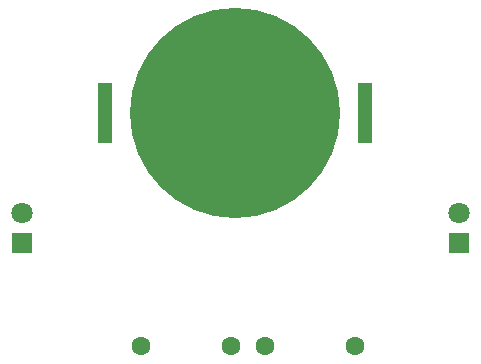
<source format=gts>
G04 #@! TF.GenerationSoftware,KiCad,Pcbnew,9.0.2*
G04 #@! TF.CreationDate,2025-06-11T20:44:21-07:00*
G04 #@! TF.ProjectId,solder,736f6c64-6572-42e6-9b69-6361645f7063,rev?*
G04 #@! TF.SameCoordinates,Original*
G04 #@! TF.FileFunction,Soldermask,Top*
G04 #@! TF.FilePolarity,Negative*
%FSLAX46Y46*%
G04 Gerber Fmt 4.6, Leading zero omitted, Abs format (unit mm)*
G04 Created by KiCad (PCBNEW 9.0.2) date 2025-06-11 20:44:21*
%MOMM*%
%LPD*%
G01*
G04 APERTURE LIST*
%ADD10C,1.600000*%
%ADD11R,1.800000X1.800000*%
%ADD12C,1.800000*%
%ADD13R,1.270000X5.080000*%
%ADD14C,17.800000*%
G04 APERTURE END LIST*
D10*
G04 #@! TO.C,R1*
X59725000Y-63500000D03*
X52105000Y-63500000D03*
G04 #@! TD*
D11*
G04 #@! TO.C,D1*
X42000000Y-54775000D03*
D12*
X42000000Y-52235000D03*
G04 #@! TD*
D11*
G04 #@! TO.C,D2*
X79000000Y-54775000D03*
D12*
X79000000Y-52235000D03*
G04 #@! TD*
D13*
G04 #@! TO.C,BT1*
X49030000Y-43818075D03*
X71000000Y-43818075D03*
D14*
X60015000Y-43818075D03*
G04 #@! TD*
D10*
G04 #@! TO.C,R2*
X70225000Y-63500000D03*
X62605000Y-63500000D03*
G04 #@! TD*
M02*

</source>
